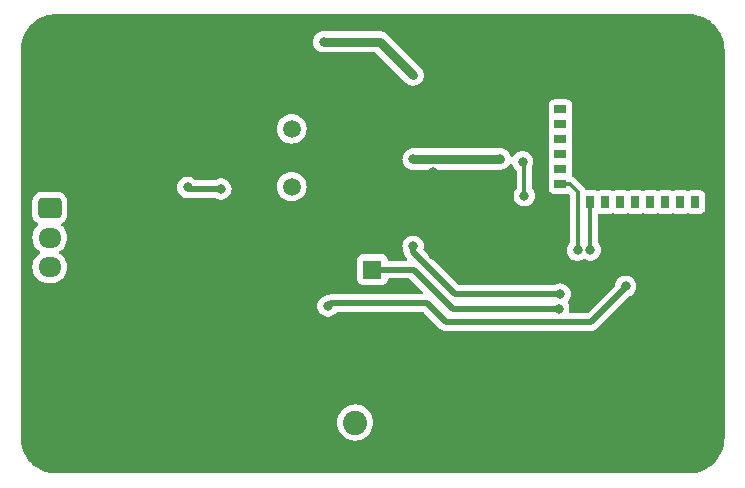
<source format=gbr>
%TF.GenerationSoftware,KiCad,Pcbnew,7.0.6-7.0.6~ubuntu23.04.1*%
%TF.CreationDate,2023-07-25T15:56:09+03:00*%
%TF.ProjectId,nrf52840_dev,6e726635-3238-4343-905f-6465762e6b69,rev?*%
%TF.SameCoordinates,Original*%
%TF.FileFunction,Copper,L2,Bot*%
%TF.FilePolarity,Positive*%
%FSLAX46Y46*%
G04 Gerber Fmt 4.6, Leading zero omitted, Abs format (unit mm)*
G04 Created by KiCad (PCBNEW 7.0.6-7.0.6~ubuntu23.04.1) date 2023-07-25 15:56:09*
%MOMM*%
%LPD*%
G01*
G04 APERTURE LIST*
G04 Aperture macros list*
%AMRoundRect*
0 Rectangle with rounded corners*
0 $1 Rounding radius*
0 $2 $3 $4 $5 $6 $7 $8 $9 X,Y pos of 4 corners*
0 Add a 4 corners polygon primitive as box body*
4,1,4,$2,$3,$4,$5,$6,$7,$8,$9,$2,$3,0*
0 Add four circle primitives for the rounded corners*
1,1,$1+$1,$2,$3*
1,1,$1+$1,$4,$5*
1,1,$1+$1,$6,$7*
1,1,$1+$1,$8,$9*
0 Add four rect primitives between the rounded corners*
20,1,$1+$1,$2,$3,$4,$5,0*
20,1,$1+$1,$4,$5,$6,$7,0*
20,1,$1+$1,$6,$7,$8,$9,0*
20,1,$1+$1,$8,$9,$2,$3,0*%
G04 Aperture macros list end*
%TA.AperFunction,ComponentPad*%
%ADD10C,0.800000*%
%TD*%
%TA.AperFunction,ComponentPad*%
%ADD11C,6.400000*%
%TD*%
%TA.AperFunction,ComponentPad*%
%ADD12C,2.050000*%
%TD*%
%TA.AperFunction,ComponentPad*%
%ADD13C,2.250000*%
%TD*%
%TA.AperFunction,ComponentPad*%
%ADD14R,1.000000X0.650000*%
%TD*%
%TA.AperFunction,ComponentPad*%
%ADD15R,0.650000X1.000000*%
%TD*%
%TA.AperFunction,ComponentPad*%
%ADD16C,1.500000*%
%TD*%
%TA.AperFunction,ComponentPad*%
%ADD17RoundRect,0.250000X-0.725000X0.600000X-0.725000X-0.600000X0.725000X-0.600000X0.725000X0.600000X0*%
%TD*%
%TA.AperFunction,ComponentPad*%
%ADD18O,1.950000X1.700000*%
%TD*%
%TA.AperFunction,ComponentPad*%
%ADD19R,1.600000X1.600000*%
%TD*%
%TA.AperFunction,ComponentPad*%
%ADD20C,1.600000*%
%TD*%
%TA.AperFunction,ViaPad*%
%ADD21C,0.800000*%
%TD*%
%TA.AperFunction,Conductor*%
%ADD22C,0.800000*%
%TD*%
%TA.AperFunction,Conductor*%
%ADD23C,0.500000*%
%TD*%
%TA.AperFunction,Conductor*%
%ADD24C,0.300000*%
%TD*%
G04 APERTURE END LIST*
D10*
%TO.P,H1,1,1*%
%TO.N,GND*%
X121550000Y-83410000D03*
X122252944Y-81712944D03*
X122252944Y-85107056D03*
X123950000Y-81010000D03*
D11*
X123950000Y-83410000D03*
D10*
X123950000Y-85810000D03*
X125647056Y-81712944D03*
X125647056Y-85107056D03*
X126350000Y-83410000D03*
%TD*%
D12*
%TO.P,J2,1,In*%
%TO.N,/ublox/GPS_RF*%
X148380000Y-114170000D03*
D13*
%TO.P,J2,2,Ext*%
%TO.N,GND*%
X150920000Y-116710000D03*
X150920000Y-111630000D03*
X145840000Y-116710000D03*
X145840000Y-111630000D03*
%TD*%
D14*
%TO.P,U1,12,P0.26*%
%TO.N,/CS*%
X165757000Y-87647000D03*
%TO.P,U1,14,P0.06*%
%TO.N,unconnected-(U1-P0.06-Pad14)*%
X165757000Y-88917000D03*
%TO.P,U1,16,P0.08*%
%TO.N,unconnected-(U1-P0.08-Pad16)*%
X165757000Y-90187000D03*
%TO.P,U1,18,P0.04(AIN2)*%
%TO.N,unconnected-(U1-P0.04(AIN2)-Pad18)*%
X165757000Y-91457000D03*
%TO.P,U1,20,P0.12*%
%TO.N,unconnected-(U1-P0.12-Pad20)*%
X165757000Y-92727000D03*
%TO.P,U1,22,P0.07*%
%TO.N,/RX*%
X165757000Y-93997000D03*
%TO.P,U1,24,GND*%
%TO.N,GND*%
X165757000Y-95267000D03*
D15*
%TO.P,U1,28,P0.15*%
%TO.N,/TX*%
X168297000Y-95521000D03*
%TO.P,U1,30,P0.17*%
%TO.N,unconnected-(U1-P0.17-Pad30)*%
X169567000Y-95521000D03*
%TO.P,U1,32,P0.20*%
%TO.N,unconnected-(U1-P0.20-Pad32)*%
X170837000Y-95521000D03*
%TO.P,U1,34,P0.22*%
%TO.N,unconnected-(U1-P0.22-Pad34)*%
X172107000Y-95521000D03*
%TO.P,U1,36,P1.00*%
%TO.N,unconnected-(U1-P1.00-Pad36)*%
X173377000Y-95521000D03*
%TO.P,U1,38,P1.02*%
%TO.N,unconnected-(U1-P1.02-Pad38)*%
X174647000Y-95521000D03*
%TO.P,U1,40,P1.04*%
%TO.N,unconnected-(U1-P1.04-Pad40)*%
X175917000Y-95521000D03*
%TO.P,U1,42,P1.06*%
%TO.N,unconnected-(U1-P1.06-Pad42)*%
X177187000Y-95521000D03*
%TD*%
D16*
%TO.P,Y1,1,1*%
%TO.N,Net-(U2-OSC1)*%
X143010000Y-94190000D03*
%TO.P,Y1,2,2*%
%TO.N,Net-(U2-OSC2)*%
X143010000Y-89310000D03*
%TD*%
D17*
%TO.P,J1,1,Pin_1*%
%TO.N,/CANH*%
X122520000Y-96020000D03*
D18*
%TO.P,J1,2,Pin_2*%
%TO.N,/CANL*%
X122520000Y-98520000D03*
%TO.P,J1,3,Pin_3*%
%TO.N,/12VIN*%
X122520000Y-101020000D03*
%TO.P,J1,4,Pin_4*%
%TO.N,GND*%
X122520000Y-103520000D03*
%TD*%
D10*
%TO.P,H2,1,1*%
%TO.N,GND*%
X172652944Y-114917056D03*
X173355888Y-113220000D03*
X173355888Y-116614112D03*
X175052944Y-112517056D03*
D11*
X175052944Y-114917056D03*
D10*
X175052944Y-117317056D03*
X176750000Y-113220000D03*
X176750000Y-116614112D03*
X177452944Y-114917056D03*
%TD*%
D19*
%TO.P,C7,1*%
%TO.N,/ublox/GPS_VBAT*%
X149830000Y-101222651D03*
D20*
%TO.P,C7,2*%
%TO.N,GND*%
X149830000Y-97722651D03*
%TD*%
D21*
%TO.N,/3V3*%
X145700000Y-81940000D03*
X165730000Y-103300000D03*
X153280000Y-99240000D03*
X153280000Y-91870000D03*
X162560000Y-92090000D03*
X160670000Y-91850000D03*
X162690000Y-94970000D03*
X153280000Y-84750000D03*
%TO.N,GND*%
X168000000Y-94000000D03*
X161000000Y-110000000D03*
X170000000Y-107000000D03*
X137660000Y-111390000D03*
X177000000Y-94000000D03*
X132240000Y-98260000D03*
X124000000Y-109000000D03*
X141000000Y-103000000D03*
X122000000Y-111000000D03*
X136090000Y-111770000D03*
X141000000Y-105000000D03*
X155000000Y-100000000D03*
X170000000Y-117000000D03*
X134990000Y-98090000D03*
X168000000Y-88000000D03*
X135450000Y-102200000D03*
X131350000Y-98380000D03*
X139670000Y-110090000D03*
X137150000Y-98670000D03*
X160710000Y-94770000D03*
X124000000Y-111000000D03*
X163000000Y-108000000D03*
X156870000Y-116340000D03*
X132240000Y-97300000D03*
X170000000Y-111000000D03*
X174000000Y-88000000D03*
X152830000Y-107630000D03*
X161000000Y-108000000D03*
X171000000Y-101000000D03*
X161000000Y-97000000D03*
X159000000Y-108000000D03*
X139000000Y-87000000D03*
X163000000Y-115000000D03*
X137300000Y-105660000D03*
X170000000Y-109000000D03*
X141000000Y-100000000D03*
X139000000Y-99000000D03*
X161000000Y-100000000D03*
X136630000Y-92970000D03*
X177000000Y-91000000D03*
X178720000Y-105520000D03*
X158000000Y-100000000D03*
X131350000Y-97380000D03*
X159000000Y-115000000D03*
X139750000Y-111580000D03*
X170840000Y-108200000D03*
X159000000Y-110000000D03*
X170000000Y-115000000D03*
X124000000Y-117000000D03*
X170000000Y-113000000D03*
X136630000Y-90930000D03*
X145180000Y-83810000D03*
X124000000Y-113000000D03*
X174000000Y-94000000D03*
X137180000Y-97250000D03*
X139000000Y-97000000D03*
X150000000Y-89000000D03*
X172590000Y-83590000D03*
X132270000Y-99140000D03*
X150000000Y-86000000D03*
X122000000Y-113000000D03*
X135970000Y-113420000D03*
X137840000Y-91490000D03*
X172610000Y-86510000D03*
X124000000Y-115000000D03*
X178000000Y-101000000D03*
X122000000Y-115000000D03*
X153250000Y-105400000D03*
X156830000Y-108960000D03*
X122000000Y-109000000D03*
X173000000Y-101000000D03*
X177000000Y-88000000D03*
X155000000Y-89000000D03*
X163000000Y-110000000D03*
X169360000Y-101130000D03*
X171000000Y-88000000D03*
X135000000Y-87000000D03*
X163000000Y-113000000D03*
X126570000Y-91440000D03*
X137000000Y-87000000D03*
X171000000Y-94000000D03*
X139000000Y-101000000D03*
X132650000Y-83670000D03*
X135790000Y-85130000D03*
X171000000Y-91000000D03*
X155000000Y-93000000D03*
X150000000Y-92000000D03*
X161000000Y-115000000D03*
X161000000Y-113000000D03*
X159000000Y-113000000D03*
X145420000Y-108580000D03*
X139000000Y-95000000D03*
X155000000Y-86000000D03*
X132260000Y-91920000D03*
X131410000Y-99350000D03*
X158000000Y-97000000D03*
X149480000Y-93380000D03*
X155000000Y-97000000D03*
X139000000Y-81000000D03*
X140000000Y-84000000D03*
X174000000Y-91000000D03*
X161040000Y-81710000D03*
X122000000Y-117000000D03*
X168000000Y-91000000D03*
X156850000Y-114150000D03*
%TO.N,/RX*%
X167200000Y-99590000D03*
%TO.N,/TX*%
X168290000Y-99570000D03*
%TO.N,/ublox/GPS_VBAT*%
X165610000Y-104600000D03*
%TO.N,Net-(D18-K)*%
X137000000Y-94400000D03*
X134192500Y-94270000D03*
%TO.N,/5V*%
X171270000Y-102640000D03*
X146070000Y-104300000D03*
%TD*%
D22*
%TO.N,/3V3*%
X150470000Y-81940000D02*
X153280000Y-84750000D01*
D23*
X165730000Y-103300000D02*
X156850000Y-103300000D01*
D24*
X162690000Y-94970000D02*
X162690000Y-92220000D01*
D22*
X160670000Y-91850000D02*
X153300000Y-91850000D01*
D23*
X156850000Y-103300000D02*
X153280000Y-99730000D01*
D22*
X145700000Y-81940000D02*
X150470000Y-81940000D01*
X153300000Y-91850000D02*
X153280000Y-91870000D01*
D24*
X162690000Y-92220000D02*
X162560000Y-92090000D01*
D23*
X153280000Y-99730000D02*
X153280000Y-99240000D01*
D24*
%TO.N,/RX*%
X167200000Y-94620000D02*
X167200000Y-99590000D01*
X166577000Y-93997000D02*
X167200000Y-94620000D01*
X165757000Y-93997000D02*
X166577000Y-93997000D01*
%TO.N,/TX*%
X168297000Y-95521000D02*
X168297000Y-99563000D01*
X168297000Y-99563000D02*
X168290000Y-99570000D01*
D23*
%TO.N,/ublox/GPS_VBAT*%
X156650000Y-104600000D02*
X153425000Y-101375000D01*
X165610000Y-104600000D02*
X156650000Y-104600000D01*
X153272651Y-101222651D02*
X153425000Y-101375000D01*
X149830000Y-101222651D02*
X153272651Y-101222651D01*
%TO.N,Net-(D18-K)*%
X137000000Y-94400000D02*
X134322500Y-94400000D01*
X134322500Y-94400000D02*
X134192500Y-94270000D01*
%TO.N,/5V*%
X154470000Y-104080000D02*
X146290000Y-104080000D01*
X146290000Y-104080000D02*
X146070000Y-104300000D01*
X168320000Y-105660000D02*
X156050000Y-105660000D01*
X171270000Y-102710000D02*
X168320000Y-105660000D01*
X156050000Y-105660000D02*
X154470000Y-104080000D01*
X171270000Y-102640000D02*
X171270000Y-102710000D01*
%TD*%
%TA.AperFunction,Conductor*%
%TO.N,GND*%
G36*
X176591619Y-79599364D02*
G01*
X176593342Y-79599870D01*
X176642351Y-79599870D01*
X176645590Y-79599954D01*
X176777440Y-79606863D01*
X176961732Y-79617212D01*
X176967909Y-79617872D01*
X177120543Y-79642046D01*
X177283603Y-79669750D01*
X177289227Y-79670979D01*
X177442366Y-79712011D01*
X177530319Y-79737350D01*
X177597837Y-79756802D01*
X177602880Y-79758492D01*
X177752565Y-79815949D01*
X177900811Y-79877354D01*
X177905191Y-79879374D01*
X177978889Y-79916925D01*
X178048970Y-79952633D01*
X178188890Y-80029963D01*
X178192655Y-80032222D01*
X178257794Y-80074523D01*
X178328558Y-80120478D01*
X178458775Y-80212872D01*
X178461915Y-80215254D01*
X178494849Y-80241923D01*
X178587058Y-80316592D01*
X178589289Y-80318491D01*
X178700549Y-80417919D01*
X178707274Y-80423929D01*
X178709783Y-80426300D01*
X178823697Y-80540214D01*
X178826069Y-80542724D01*
X178931502Y-80660703D01*
X178933412Y-80662948D01*
X178990855Y-80733883D01*
X179034744Y-80788083D01*
X179037126Y-80791223D01*
X179129521Y-80921441D01*
X179217768Y-81057329D01*
X179220035Y-81061108D01*
X179297366Y-81201029D01*
X179313608Y-81232905D01*
X179370624Y-81344806D01*
X179372650Y-81349202D01*
X179412774Y-81446069D01*
X179434056Y-81497451D01*
X179491501Y-81647104D01*
X179493196Y-81652160D01*
X179537988Y-81807633D01*
X179579016Y-81960760D01*
X179580254Y-81966424D01*
X179607954Y-82129461D01*
X179632122Y-82282057D01*
X179632788Y-82288284D01*
X179643145Y-82472733D01*
X179650045Y-82604405D01*
X179650130Y-82607650D01*
X179650130Y-115472349D01*
X179650045Y-115475594D01*
X179643145Y-115607266D01*
X179632788Y-115791714D01*
X179632122Y-115797941D01*
X179607954Y-115950538D01*
X179580254Y-116113574D01*
X179579016Y-116119238D01*
X179537988Y-116272366D01*
X179493196Y-116427838D01*
X179491501Y-116432894D01*
X179434056Y-116582548D01*
X179372657Y-116730782D01*
X179370618Y-116735204D01*
X179297366Y-116878970D01*
X179220035Y-117018890D01*
X179217768Y-117022669D01*
X179129521Y-117158558D01*
X179037126Y-117288775D01*
X179034744Y-117291915D01*
X178933439Y-117417019D01*
X178931485Y-117419315D01*
X178826069Y-117537274D01*
X178823680Y-117539802D01*
X178709802Y-117653680D01*
X178707274Y-117656069D01*
X178589315Y-117761485D01*
X178587019Y-117763439D01*
X178461915Y-117864744D01*
X178458775Y-117867126D01*
X178328558Y-117959521D01*
X178192669Y-118047768D01*
X178188890Y-118050035D01*
X178048970Y-118127366D01*
X177905204Y-118200618D01*
X177900782Y-118202657D01*
X177752548Y-118264056D01*
X177602894Y-118321501D01*
X177597838Y-118323196D01*
X177442366Y-118367988D01*
X177289238Y-118409016D01*
X177283574Y-118410254D01*
X177120538Y-118437954D01*
X176967941Y-118462122D01*
X176961714Y-118462788D01*
X176777266Y-118473145D01*
X176653934Y-118479607D01*
X176645592Y-118480045D01*
X176642349Y-118480130D01*
X123067651Y-118480130D01*
X123064407Y-118480045D01*
X123055346Y-118479570D01*
X122932733Y-118473145D01*
X122748284Y-118462788D01*
X122742057Y-118462122D01*
X122589461Y-118437954D01*
X122426424Y-118410254D01*
X122420760Y-118409016D01*
X122267633Y-118367988D01*
X122112160Y-118323196D01*
X122107104Y-118321501D01*
X121957451Y-118264056D01*
X121906751Y-118243056D01*
X121809202Y-118202650D01*
X121804806Y-118200624D01*
X121719296Y-118157055D01*
X121661029Y-118127366D01*
X121521108Y-118050035D01*
X121517329Y-118047768D01*
X121381441Y-117959521D01*
X121251223Y-117867126D01*
X121248083Y-117864744D01*
X121193883Y-117820855D01*
X121122948Y-117763412D01*
X121120703Y-117761502D01*
X121002724Y-117656069D01*
X121000214Y-117653697D01*
X120886300Y-117539783D01*
X120883929Y-117537274D01*
X120778491Y-117419289D01*
X120776592Y-117417058D01*
X120701923Y-117324849D01*
X120675254Y-117291915D01*
X120672872Y-117288775D01*
X120580478Y-117158558D01*
X120548934Y-117109985D01*
X120492222Y-117022655D01*
X120489963Y-117018890D01*
X120412633Y-116878970D01*
X120391584Y-116837659D01*
X120339374Y-116735191D01*
X120337354Y-116730811D01*
X120275943Y-116582548D01*
X120218492Y-116432880D01*
X120216802Y-116427837D01*
X120197350Y-116360319D01*
X120172011Y-116272366D01*
X120130979Y-116119227D01*
X120129750Y-116113603D01*
X120102046Y-115950538D01*
X120077872Y-115797909D01*
X120077212Y-115791732D01*
X120066854Y-115607266D01*
X120059954Y-115475591D01*
X120059870Y-115472350D01*
X120059870Y-114169999D01*
X146849783Y-114169999D01*
X146868623Y-114409382D01*
X146924674Y-114642853D01*
X146924678Y-114642865D01*
X147016565Y-114864702D01*
X147142026Y-115069436D01*
X147142028Y-115069439D01*
X147297973Y-115252027D01*
X147480561Y-115407972D01*
X147480563Y-115407973D01*
X147685297Y-115533434D01*
X147782047Y-115573508D01*
X147907137Y-115625323D01*
X148140621Y-115681377D01*
X148380000Y-115700217D01*
X148619379Y-115681377D01*
X148852863Y-115625323D01*
X149074704Y-115533433D01*
X149279439Y-115407972D01*
X149462027Y-115252027D01*
X149617972Y-115069439D01*
X149743433Y-114864704D01*
X149835323Y-114642863D01*
X149891377Y-114409379D01*
X149910217Y-114170000D01*
X149891377Y-113930621D01*
X149835323Y-113697137D01*
X149783508Y-113572047D01*
X149743434Y-113475297D01*
X149617973Y-113270563D01*
X149617972Y-113270561D01*
X149462027Y-113087973D01*
X149279439Y-112932028D01*
X149279436Y-112932026D01*
X149074702Y-112806565D01*
X148852865Y-112714678D01*
X148852867Y-112714678D01*
X148852863Y-112714677D01*
X148852859Y-112714676D01*
X148852853Y-112714674D01*
X148619382Y-112658623D01*
X148439844Y-112644492D01*
X148380000Y-112639783D01*
X148379999Y-112639783D01*
X148140617Y-112658623D01*
X147907146Y-112714674D01*
X147907134Y-112714678D01*
X147685297Y-112806565D01*
X147480563Y-112932026D01*
X147297973Y-113087973D01*
X147142026Y-113270563D01*
X147016565Y-113475297D01*
X146924678Y-113697134D01*
X146924674Y-113697146D01*
X146868623Y-113930617D01*
X146849783Y-114169999D01*
X120059870Y-114169999D01*
X120059870Y-104300000D01*
X145164540Y-104300000D01*
X145184326Y-104488256D01*
X145184327Y-104488259D01*
X145242818Y-104668277D01*
X145242821Y-104668284D01*
X145337467Y-104832216D01*
X145407054Y-104909500D01*
X145464129Y-104972888D01*
X145617265Y-105084148D01*
X145617270Y-105084151D01*
X145790192Y-105161142D01*
X145790197Y-105161144D01*
X145975354Y-105200500D01*
X145975355Y-105200500D01*
X146164644Y-105200500D01*
X146164646Y-105200500D01*
X146349803Y-105161144D01*
X146522730Y-105084151D01*
X146675871Y-104972888D01*
X146735498Y-104906666D01*
X146767138Y-104871527D01*
X146826624Y-104834879D01*
X146859287Y-104830500D01*
X154107770Y-104830500D01*
X154174809Y-104850185D01*
X154195451Y-104866819D01*
X155474267Y-106145634D01*
X155486048Y-106159266D01*
X155500390Y-106178530D01*
X155540420Y-106212119D01*
X155544392Y-106215759D01*
X155550223Y-106221590D01*
X155575939Y-106241923D01*
X155634786Y-106291302D01*
X155634788Y-106291303D01*
X155640823Y-106295272D01*
X155640789Y-106295322D01*
X155647144Y-106299370D01*
X155647177Y-106299318D01*
X155653319Y-106303107D01*
X155653323Y-106303110D01*
X155722219Y-106335237D01*
X155722914Y-106335561D01*
X155791558Y-106370036D01*
X155791561Y-106370037D01*
X155791567Y-106370040D01*
X155791572Y-106370041D01*
X155798355Y-106372510D01*
X155798334Y-106372567D01*
X155805451Y-106375040D01*
X155805470Y-106374984D01*
X155812330Y-106377257D01*
X155887531Y-106392784D01*
X155887532Y-106392784D01*
X155962279Y-106410500D01*
X155962288Y-106410500D01*
X155969452Y-106411338D01*
X155969445Y-106411397D01*
X155976946Y-106412163D01*
X155976952Y-106412104D01*
X155984140Y-106412733D01*
X155984143Y-106412732D01*
X155984144Y-106412733D01*
X156060898Y-106410500D01*
X168256295Y-106410500D01*
X168274265Y-106411809D01*
X168298023Y-106415289D01*
X168350068Y-106410735D01*
X168355470Y-106410500D01*
X168363704Y-106410500D01*
X168363709Y-106410500D01*
X168375327Y-106409141D01*
X168396276Y-106406693D01*
X168409028Y-106405577D01*
X168472797Y-106399999D01*
X168472805Y-106399996D01*
X168479866Y-106398539D01*
X168479878Y-106398598D01*
X168487243Y-106396965D01*
X168487229Y-106396906D01*
X168494246Y-106395241D01*
X168494255Y-106395241D01*
X168566423Y-106368974D01*
X168639334Y-106344814D01*
X168639343Y-106344807D01*
X168645882Y-106341760D01*
X168645908Y-106341816D01*
X168652690Y-106338532D01*
X168652663Y-106338478D01*
X168659106Y-106335240D01*
X168659117Y-106335237D01*
X168723283Y-106293034D01*
X168788656Y-106252712D01*
X168788662Y-106252705D01*
X168794325Y-106248229D01*
X168794363Y-106248277D01*
X168800200Y-106243522D01*
X168800161Y-106243475D01*
X168805696Y-106238830D01*
X168858385Y-106182983D01*
X170809652Y-104231715D01*
X171516287Y-103525079D01*
X171553523Y-103499487D01*
X171722730Y-103424151D01*
X171875871Y-103312888D01*
X172002533Y-103172216D01*
X172097179Y-103008284D01*
X172155674Y-102828256D01*
X172175460Y-102640000D01*
X172155674Y-102451744D01*
X172097179Y-102271716D01*
X172002533Y-102107784D01*
X171875871Y-101967112D01*
X171875870Y-101967111D01*
X171722734Y-101855851D01*
X171722729Y-101855848D01*
X171549807Y-101778857D01*
X171549802Y-101778855D01*
X171404000Y-101747865D01*
X171364646Y-101739500D01*
X171175354Y-101739500D01*
X171142897Y-101746398D01*
X170990197Y-101778855D01*
X170990192Y-101778857D01*
X170817270Y-101855848D01*
X170817265Y-101855851D01*
X170664129Y-101967111D01*
X170537466Y-102107785D01*
X170442821Y-102271715D01*
X170442818Y-102271722D01*
X170384327Y-102451739D01*
X170384327Y-102451740D01*
X170384326Y-102451744D01*
X170382781Y-102466444D01*
X170379219Y-102500334D01*
X170352633Y-102564948D01*
X170343579Y-102575051D01*
X168045451Y-104873181D01*
X167984128Y-104906666D01*
X167957770Y-104909500D01*
X166620646Y-104909500D01*
X166553607Y-104889815D01*
X166507852Y-104837011D01*
X166497325Y-104772541D01*
X166515460Y-104600000D01*
X166495674Y-104411744D01*
X166437179Y-104231716D01*
X166351593Y-104083476D01*
X166335120Y-104015575D01*
X166357973Y-103949549D01*
X166366817Y-103938518D01*
X166462533Y-103832216D01*
X166557179Y-103668284D01*
X166615674Y-103488256D01*
X166635460Y-103300000D01*
X166615674Y-103111744D01*
X166557179Y-102931716D01*
X166462533Y-102767784D01*
X166335871Y-102627112D01*
X166335870Y-102627111D01*
X166182734Y-102515851D01*
X166182729Y-102515848D01*
X166009807Y-102438857D01*
X166009802Y-102438855D01*
X165864001Y-102407865D01*
X165824646Y-102399500D01*
X165635354Y-102399500D01*
X165602897Y-102406398D01*
X165450197Y-102438855D01*
X165450192Y-102438857D01*
X165277270Y-102515848D01*
X165277265Y-102515851D01*
X165263548Y-102525818D01*
X165197742Y-102549298D01*
X165190663Y-102549500D01*
X157212229Y-102549500D01*
X157145190Y-102529815D01*
X157124548Y-102513181D01*
X154188492Y-99577124D01*
X154155007Y-99515801D01*
X154158243Y-99451122D01*
X154165674Y-99428256D01*
X154185460Y-99240000D01*
X154165674Y-99051744D01*
X154107179Y-98871716D01*
X154012533Y-98707784D01*
X153885871Y-98567112D01*
X153821027Y-98520000D01*
X153732734Y-98455851D01*
X153732729Y-98455848D01*
X153559807Y-98378857D01*
X153559802Y-98378855D01*
X153414000Y-98347865D01*
X153374646Y-98339500D01*
X153185354Y-98339500D01*
X153152897Y-98346398D01*
X153000197Y-98378855D01*
X153000192Y-98378857D01*
X152827270Y-98455848D01*
X152827265Y-98455851D01*
X152674129Y-98567111D01*
X152547466Y-98707785D01*
X152452821Y-98871715D01*
X152452818Y-98871722D01*
X152394327Y-99051740D01*
X152394326Y-99051744D01*
X152374540Y-99240000D01*
X152394326Y-99428256D01*
X152394327Y-99428259D01*
X152452821Y-99608285D01*
X152512887Y-99712322D01*
X152528387Y-99770168D01*
X152529009Y-99770132D01*
X152529081Y-99770124D01*
X152529081Y-99770128D01*
X152529291Y-99770116D01*
X152529500Y-99773709D01*
X152533306Y-99806274D01*
X152540000Y-99882791D01*
X152541461Y-99889867D01*
X152541403Y-99889878D01*
X152543034Y-99897237D01*
X152543092Y-99897224D01*
X152544757Y-99904250D01*
X152571025Y-99976424D01*
X152595185Y-100049331D01*
X152598236Y-100055874D01*
X152598182Y-100055898D01*
X152601470Y-100062688D01*
X152601521Y-100062663D01*
X152604761Y-100069113D01*
X152604762Y-100069114D01*
X152604763Y-100069117D01*
X152639685Y-100122214D01*
X152646965Y-100133283D01*
X152687287Y-100198655D01*
X152691766Y-100204319D01*
X152691719Y-100204356D01*
X152696482Y-100210202D01*
X152696528Y-100210164D01*
X152701173Y-100215700D01*
X152745963Y-100257957D01*
X152781217Y-100318280D01*
X152778262Y-100388087D01*
X152738035Y-100445215D01*
X152673309Y-100471525D01*
X152660869Y-100472151D01*
X151252351Y-100472151D01*
X151185312Y-100452466D01*
X151139557Y-100399662D01*
X151129061Y-100361403D01*
X151128281Y-100354151D01*
X151124091Y-100315168D01*
X151106642Y-100268386D01*
X151073797Y-100180322D01*
X151073793Y-100180315D01*
X150987547Y-100065106D01*
X150987544Y-100065103D01*
X150872335Y-99978857D01*
X150872328Y-99978853D01*
X150737482Y-99928559D01*
X150737483Y-99928559D01*
X150677883Y-99922152D01*
X150677881Y-99922151D01*
X150677873Y-99922151D01*
X150677864Y-99922151D01*
X148982129Y-99922151D01*
X148982123Y-99922152D01*
X148922516Y-99928559D01*
X148787671Y-99978853D01*
X148787664Y-99978857D01*
X148672455Y-100065103D01*
X148672452Y-100065106D01*
X148586206Y-100180315D01*
X148586202Y-100180322D01*
X148535908Y-100315168D01*
X148529501Y-100374767D01*
X148529500Y-100374786D01*
X148529500Y-102070521D01*
X148529501Y-102070527D01*
X148535908Y-102130134D01*
X148586202Y-102264979D01*
X148586206Y-102264986D01*
X148672452Y-102380195D01*
X148672455Y-102380198D01*
X148787664Y-102466444D01*
X148787671Y-102466448D01*
X148922517Y-102516742D01*
X148922516Y-102516742D01*
X148929444Y-102517486D01*
X148982127Y-102523151D01*
X150677872Y-102523150D01*
X150737483Y-102516742D01*
X150872331Y-102466447D01*
X150987546Y-102380197D01*
X151073796Y-102264982D01*
X151124091Y-102130134D01*
X151129062Y-102083893D01*
X151155799Y-102019345D01*
X151213191Y-101979497D01*
X151252351Y-101973151D01*
X152910421Y-101973151D01*
X152977460Y-101992836D01*
X152998102Y-102009470D01*
X154106451Y-103117819D01*
X154139936Y-103179142D01*
X154134952Y-103248834D01*
X154093080Y-103304767D01*
X154027616Y-103329184D01*
X154018770Y-103329500D01*
X146353705Y-103329500D01*
X146335735Y-103328191D01*
X146311972Y-103324710D01*
X146266533Y-103328686D01*
X146259931Y-103329264D01*
X146254530Y-103329500D01*
X146246289Y-103329500D01*
X146224579Y-103332037D01*
X146213724Y-103333306D01*
X146198419Y-103334645D01*
X146137199Y-103340001D01*
X146130132Y-103341460D01*
X146130120Y-103341404D01*
X146122763Y-103343035D01*
X146122777Y-103343092D01*
X146115743Y-103344759D01*
X146043575Y-103371025D01*
X145970665Y-103395185D01*
X145964126Y-103398235D01*
X145963525Y-103396946D01*
X145936512Y-103407754D01*
X145790196Y-103438856D01*
X145790192Y-103438857D01*
X145617270Y-103515848D01*
X145617265Y-103515851D01*
X145464129Y-103627111D01*
X145337466Y-103767785D01*
X145242821Y-103931715D01*
X145242818Y-103931722D01*
X145184327Y-104111740D01*
X145184326Y-104111744D01*
X145164540Y-104300000D01*
X120059870Y-104300000D01*
X120059870Y-101020000D01*
X121039341Y-101020000D01*
X121059936Y-101255403D01*
X121059938Y-101255413D01*
X121121094Y-101483655D01*
X121121096Y-101483659D01*
X121121097Y-101483663D01*
X121171031Y-101590746D01*
X121220964Y-101697828D01*
X121220965Y-101697830D01*
X121356505Y-101891402D01*
X121523597Y-102058494D01*
X121717169Y-102194034D01*
X121717171Y-102194035D01*
X121931337Y-102293903D01*
X122159592Y-102355063D01*
X122336034Y-102370500D01*
X122703966Y-102370500D01*
X122880408Y-102355063D01*
X123108663Y-102293903D01*
X123322829Y-102194035D01*
X123516401Y-102058495D01*
X123683495Y-101891401D01*
X123819035Y-101697830D01*
X123918903Y-101483663D01*
X123980063Y-101255408D01*
X124000659Y-101020000D01*
X123980063Y-100784592D01*
X123918903Y-100556337D01*
X123819035Y-100342171D01*
X123819034Y-100342169D01*
X123683494Y-100148597D01*
X123516403Y-99981506D01*
X123440786Y-99928559D01*
X123359401Y-99871573D01*
X123315778Y-99816999D01*
X123308584Y-99747500D01*
X123340106Y-99685145D01*
X123359398Y-99668428D01*
X123516401Y-99558495D01*
X123683495Y-99391401D01*
X123819035Y-99197830D01*
X123918903Y-98983663D01*
X123980063Y-98755408D01*
X124000659Y-98520000D01*
X123980063Y-98284592D01*
X123918903Y-98056337D01*
X123819035Y-97842171D01*
X123819034Y-97842169D01*
X123683494Y-97648597D01*
X123536295Y-97501398D01*
X123502810Y-97440075D01*
X123507794Y-97370383D01*
X123549666Y-97314450D01*
X123558880Y-97308178D01*
X123564334Y-97304814D01*
X123713656Y-97212712D01*
X123837712Y-97088656D01*
X123929814Y-96939334D01*
X123984999Y-96772797D01*
X123995500Y-96670009D01*
X123995499Y-95369992D01*
X123995456Y-95369575D01*
X123984999Y-95267203D01*
X123984998Y-95267200D01*
X123957477Y-95184148D01*
X123929814Y-95100666D01*
X123837712Y-94951344D01*
X123713656Y-94827288D01*
X123564334Y-94735186D01*
X123397797Y-94680001D01*
X123397795Y-94680000D01*
X123295010Y-94669500D01*
X121744998Y-94669500D01*
X121744981Y-94669501D01*
X121642203Y-94680000D01*
X121642200Y-94680001D01*
X121475668Y-94735185D01*
X121475663Y-94735187D01*
X121326342Y-94827289D01*
X121202289Y-94951342D01*
X121110187Y-95100663D01*
X121110185Y-95100668D01*
X121087150Y-95170185D01*
X121055001Y-95267203D01*
X121055001Y-95267204D01*
X121055000Y-95267204D01*
X121044500Y-95369983D01*
X121044500Y-96670001D01*
X121044501Y-96670018D01*
X121055000Y-96772796D01*
X121055001Y-96772799D01*
X121110185Y-96939331D01*
X121110187Y-96939336D01*
X121202289Y-97088657D01*
X121326344Y-97212712D01*
X121481120Y-97308178D01*
X121527845Y-97360126D01*
X121539068Y-97429088D01*
X121511224Y-97493171D01*
X121503706Y-97501398D01*
X121356501Y-97648603D01*
X121356501Y-97648604D01*
X121220967Y-97842165D01*
X121220965Y-97842169D01*
X121121098Y-98056335D01*
X121121094Y-98056344D01*
X121059938Y-98284586D01*
X121059936Y-98284596D01*
X121039341Y-98519999D01*
X121039341Y-98520000D01*
X121059936Y-98755403D01*
X121059938Y-98755413D01*
X121121094Y-98983655D01*
X121121096Y-98983659D01*
X121121097Y-98983663D01*
X121155661Y-99057785D01*
X121220964Y-99197828D01*
X121220965Y-99197830D01*
X121356505Y-99391402D01*
X121523597Y-99558494D01*
X121680595Y-99668425D01*
X121724220Y-99723002D01*
X121731414Y-99792500D01*
X121699891Y-99854855D01*
X121680595Y-99871575D01*
X121523597Y-99981505D01*
X121356506Y-100148597D01*
X121356501Y-100148604D01*
X121220967Y-100342165D01*
X121220965Y-100342169D01*
X121121098Y-100556335D01*
X121121094Y-100556344D01*
X121059938Y-100784586D01*
X121059936Y-100784596D01*
X121039341Y-101019999D01*
X121039341Y-101020000D01*
X120059870Y-101020000D01*
X120059870Y-94270000D01*
X133287040Y-94270000D01*
X133306826Y-94458256D01*
X133306827Y-94458259D01*
X133365318Y-94638277D01*
X133365321Y-94638284D01*
X133459967Y-94802216D01*
X133505808Y-94853127D01*
X133586629Y-94942888D01*
X133739765Y-95054148D01*
X133739770Y-95054151D01*
X133912692Y-95131142D01*
X133912697Y-95131144D01*
X134097854Y-95170500D01*
X134097855Y-95170500D01*
X134287144Y-95170500D01*
X134287146Y-95170500D01*
X134368489Y-95153209D01*
X134394270Y-95150500D01*
X136460663Y-95150500D01*
X136527702Y-95170185D01*
X136533548Y-95174182D01*
X136547265Y-95184148D01*
X136547270Y-95184151D01*
X136720192Y-95261142D01*
X136720197Y-95261144D01*
X136905354Y-95300500D01*
X136905355Y-95300500D01*
X137094644Y-95300500D01*
X137094646Y-95300500D01*
X137279803Y-95261144D01*
X137452730Y-95184151D01*
X137605871Y-95072888D01*
X137732533Y-94932216D01*
X137827179Y-94768284D01*
X137885674Y-94588256D01*
X137905460Y-94400000D01*
X137885674Y-94211744D01*
X137878610Y-94190002D01*
X141754723Y-94190002D01*
X141773793Y-94407975D01*
X141773793Y-94407979D01*
X141830422Y-94619322D01*
X141830424Y-94619326D01*
X141830425Y-94619330D01*
X141876661Y-94718484D01*
X141922897Y-94817638D01*
X141929654Y-94827288D01*
X142048402Y-94996877D01*
X142203123Y-95151598D01*
X142382361Y-95277102D01*
X142580670Y-95369575D01*
X142580676Y-95369576D01*
X142580677Y-95369577D01*
X142611364Y-95377799D01*
X142792023Y-95426207D01*
X142974926Y-95442208D01*
X143009998Y-95445277D01*
X143010000Y-95445277D01*
X143010002Y-95445277D01*
X143038254Y-95442805D01*
X143227977Y-95426207D01*
X143439330Y-95369575D01*
X143637639Y-95277102D01*
X143816877Y-95151598D01*
X143971598Y-94996877D01*
X144097102Y-94817639D01*
X144189575Y-94619330D01*
X144246207Y-94407977D01*
X144265277Y-94190000D01*
X144246207Y-93972023D01*
X144189575Y-93760670D01*
X144097102Y-93562362D01*
X144097100Y-93562359D01*
X144097099Y-93562357D01*
X143971599Y-93383124D01*
X143935527Y-93347052D01*
X143816877Y-93228402D01*
X143637639Y-93102898D01*
X143637640Y-93102898D01*
X143637638Y-93102897D01*
X143538484Y-93056661D01*
X143439330Y-93010425D01*
X143439326Y-93010424D01*
X143439322Y-93010422D01*
X143227977Y-92953793D01*
X143010002Y-92934723D01*
X143009998Y-92934723D01*
X142864681Y-92947436D01*
X142792023Y-92953793D01*
X142792020Y-92953793D01*
X142580677Y-93010422D01*
X142580668Y-93010426D01*
X142382361Y-93102898D01*
X142382357Y-93102900D01*
X142203121Y-93228402D01*
X142048402Y-93383121D01*
X141922900Y-93562357D01*
X141922898Y-93562361D01*
X141830426Y-93760668D01*
X141830422Y-93760677D01*
X141773793Y-93972020D01*
X141773793Y-93972024D01*
X141754723Y-94189997D01*
X141754723Y-94190002D01*
X137878610Y-94190002D01*
X137827179Y-94031716D01*
X137732533Y-93867784D01*
X137605871Y-93727112D01*
X137605870Y-93727111D01*
X137452734Y-93615851D01*
X137452729Y-93615848D01*
X137279807Y-93538857D01*
X137279802Y-93538855D01*
X137134001Y-93507865D01*
X137094646Y-93499500D01*
X136905354Y-93499500D01*
X136886093Y-93503594D01*
X136720197Y-93538855D01*
X136720192Y-93538857D01*
X136547270Y-93615848D01*
X136547265Y-93615851D01*
X136533548Y-93625818D01*
X136467742Y-93649298D01*
X136460663Y-93649500D01*
X134900750Y-93649500D01*
X134833711Y-93629815D01*
X134808603Y-93608475D01*
X134798371Y-93597112D01*
X134798369Y-93597111D01*
X134798367Y-93597108D01*
X134798364Y-93597106D01*
X134645234Y-93485851D01*
X134645229Y-93485848D01*
X134472307Y-93408857D01*
X134472302Y-93408855D01*
X134326501Y-93377865D01*
X134287146Y-93369500D01*
X134097854Y-93369500D01*
X134065397Y-93376398D01*
X133912697Y-93408855D01*
X133912692Y-93408857D01*
X133739770Y-93485848D01*
X133739765Y-93485851D01*
X133586629Y-93597111D01*
X133459966Y-93737785D01*
X133365321Y-93901715D01*
X133365318Y-93901722D01*
X133323081Y-94031716D01*
X133306826Y-94081744D01*
X133287040Y-94270000D01*
X120059870Y-94270000D01*
X120059870Y-91870002D01*
X152374540Y-91870002D01*
X152376005Y-91883945D01*
X152376514Y-91903389D01*
X152375780Y-91917386D01*
X152375780Y-91917387D01*
X152386641Y-91985969D01*
X152387065Y-91989185D01*
X152394325Y-92058249D01*
X152394326Y-92058255D01*
X152398661Y-92071599D01*
X152403199Y-92090504D01*
X152405392Y-92104348D01*
X152405394Y-92104354D01*
X152430272Y-92169163D01*
X152431355Y-92172222D01*
X152452820Y-92238283D01*
X152459827Y-92250418D01*
X152468206Y-92267985D01*
X152473227Y-92281067D01*
X152511048Y-92339307D01*
X152512743Y-92342074D01*
X152519707Y-92354135D01*
X152547467Y-92402216D01*
X152547469Y-92402218D01*
X152547470Y-92402220D01*
X152556848Y-92412635D01*
X152568697Y-92428077D01*
X152576326Y-92439826D01*
X152625422Y-92488921D01*
X152627657Y-92491276D01*
X152674129Y-92542888D01*
X152685468Y-92551126D01*
X152700265Y-92563764D01*
X152710176Y-92573675D01*
X152768415Y-92611496D01*
X152771074Y-92613322D01*
X152827270Y-92654151D01*
X152839418Y-92659559D01*
X152840073Y-92659851D01*
X152857174Y-92669137D01*
X152868925Y-92676768D01*
X152868930Y-92676771D01*
X152869993Y-92677179D01*
X152933759Y-92701656D01*
X152936742Y-92702891D01*
X153000197Y-92731144D01*
X153013918Y-92734060D01*
X153032564Y-92739583D01*
X153045650Y-92744607D01*
X153114258Y-92755472D01*
X153117391Y-92756053D01*
X153185354Y-92770500D01*
X153199373Y-92770500D01*
X153218772Y-92772027D01*
X153232612Y-92774219D01*
X153301959Y-92770584D01*
X153305203Y-92770500D01*
X153374643Y-92770500D01*
X153374646Y-92770500D01*
X153388359Y-92767584D01*
X153407647Y-92765046D01*
X153421646Y-92764313D01*
X153457428Y-92754724D01*
X153489522Y-92750500D01*
X160764643Y-92750500D01*
X160764646Y-92750500D01*
X160807894Y-92741307D01*
X160814283Y-92740295D01*
X160858256Y-92735674D01*
X160900308Y-92722009D01*
X160906551Y-92720336D01*
X160949803Y-92711144D01*
X160990197Y-92693158D01*
X160996228Y-92690842D01*
X161038284Y-92677179D01*
X161076586Y-92655063D01*
X161082333Y-92652136D01*
X161122730Y-92634151D01*
X161158504Y-92608159D01*
X161163906Y-92604650D01*
X161202216Y-92582533D01*
X161235071Y-92552948D01*
X161240098Y-92548876D01*
X161275871Y-92522888D01*
X161305453Y-92490032D01*
X161310032Y-92485453D01*
X161342888Y-92455871D01*
X161368876Y-92420098D01*
X161372948Y-92415071D01*
X161402533Y-92382216D01*
X161424650Y-92343906D01*
X161428159Y-92338504D01*
X161454151Y-92302730D01*
X161454641Y-92301628D01*
X161455094Y-92301095D01*
X161457402Y-92297099D01*
X161458132Y-92297520D01*
X161499887Y-92248389D01*
X161566734Y-92228062D01*
X161633959Y-92247102D01*
X161680219Y-92299465D01*
X161685855Y-92313738D01*
X161732818Y-92458278D01*
X161732821Y-92458284D01*
X161827467Y-92622216D01*
X161954129Y-92762888D01*
X161954128Y-92762888D01*
X161969725Y-92774219D01*
X161988384Y-92787776D01*
X162031050Y-92843104D01*
X162039500Y-92888094D01*
X162039500Y-94299078D01*
X162019815Y-94366117D01*
X162007650Y-94382050D01*
X161957466Y-94437785D01*
X161862821Y-94601715D01*
X161862818Y-94601722D01*
X161805325Y-94778669D01*
X161804326Y-94781744D01*
X161784540Y-94970000D01*
X161804326Y-95158256D01*
X161804327Y-95158259D01*
X161862818Y-95338277D01*
X161862821Y-95338284D01*
X161957467Y-95502216D01*
X162084129Y-95642887D01*
X162084129Y-95642888D01*
X162237265Y-95754148D01*
X162237270Y-95754151D01*
X162410192Y-95831142D01*
X162410197Y-95831144D01*
X162595354Y-95870500D01*
X162595355Y-95870500D01*
X162784644Y-95870500D01*
X162784646Y-95870500D01*
X162969803Y-95831144D01*
X163142730Y-95754151D01*
X163295871Y-95642888D01*
X163422533Y-95502216D01*
X163517179Y-95338284D01*
X163575674Y-95158256D01*
X163595460Y-94970000D01*
X163575674Y-94781744D01*
X163517179Y-94601716D01*
X163422533Y-94437784D01*
X163372350Y-94382050D01*
X163366505Y-94369870D01*
X164756500Y-94369870D01*
X164756501Y-94369876D01*
X164762908Y-94429483D01*
X164813202Y-94564328D01*
X164813206Y-94564335D01*
X164899452Y-94679544D01*
X164899455Y-94679547D01*
X165014664Y-94765793D01*
X165014671Y-94765797D01*
X165149517Y-94816091D01*
X165149516Y-94816091D01*
X165156444Y-94816835D01*
X165209127Y-94822500D01*
X166304872Y-94822499D01*
X166364483Y-94816091D01*
X166371140Y-94813607D01*
X166440829Y-94808619D01*
X166502155Y-94842100D01*
X166502160Y-94842106D01*
X166513181Y-94853127D01*
X166546666Y-94914450D01*
X166549500Y-94940808D01*
X166549500Y-98919078D01*
X166529815Y-98986117D01*
X166517650Y-99002050D01*
X166467466Y-99057785D01*
X166372821Y-99221715D01*
X166372818Y-99221722D01*
X166317686Y-99391402D01*
X166314326Y-99401744D01*
X166294540Y-99590000D01*
X166314326Y-99778256D01*
X166314327Y-99778259D01*
X166372818Y-99958277D01*
X166372821Y-99958284D01*
X166467467Y-100122216D01*
X166543329Y-100206469D01*
X166594129Y-100262888D01*
X166747265Y-100374148D01*
X166747270Y-100374151D01*
X166920192Y-100451142D01*
X166920197Y-100451144D01*
X167105354Y-100490500D01*
X167105355Y-100490500D01*
X167294644Y-100490500D01*
X167294646Y-100490500D01*
X167479803Y-100451144D01*
X167651322Y-100374778D01*
X167652728Y-100374152D01*
X167652728Y-100374151D01*
X167652730Y-100374151D01*
X167685878Y-100350067D01*
X167751682Y-100326587D01*
X167819736Y-100342411D01*
X167831648Y-100350067D01*
X167837265Y-100354148D01*
X167837270Y-100354151D01*
X168010192Y-100431142D01*
X168010197Y-100431144D01*
X168195354Y-100470500D01*
X168195355Y-100470500D01*
X168384644Y-100470500D01*
X168384646Y-100470500D01*
X168569803Y-100431144D01*
X168742730Y-100354151D01*
X168895871Y-100242888D01*
X169022533Y-100102216D01*
X169117179Y-99938284D01*
X169175674Y-99758256D01*
X169195460Y-99570000D01*
X169175674Y-99381744D01*
X169117179Y-99201716D01*
X169030593Y-99051744D01*
X169022534Y-99037785D01*
X169022529Y-99037778D01*
X168979350Y-98989823D01*
X168949120Y-98926831D01*
X168947500Y-98906851D01*
X168947500Y-96623931D01*
X168967185Y-96556892D01*
X169019989Y-96511137D01*
X169089147Y-96501193D01*
X169114834Y-96507749D01*
X169134517Y-96515091D01*
X169194127Y-96521500D01*
X169939872Y-96521499D01*
X169999483Y-96515091D01*
X170036746Y-96501193D01*
X170134329Y-96464797D01*
X170142112Y-96460547D01*
X170143865Y-96463757D01*
X170192999Y-96445361D01*
X170261291Y-96460127D01*
X170262263Y-96460752D01*
X170269670Y-96464797D01*
X170344155Y-96492577D01*
X170404517Y-96515091D01*
X170464127Y-96521500D01*
X171209872Y-96521499D01*
X171269483Y-96515091D01*
X171306746Y-96501193D01*
X171404329Y-96464797D01*
X171412112Y-96460547D01*
X171413865Y-96463757D01*
X171462999Y-96445361D01*
X171531291Y-96460127D01*
X171532263Y-96460752D01*
X171539670Y-96464797D01*
X171614155Y-96492577D01*
X171674517Y-96515091D01*
X171734127Y-96521500D01*
X172479872Y-96521499D01*
X172539483Y-96515091D01*
X172576746Y-96501193D01*
X172674329Y-96464797D01*
X172682112Y-96460547D01*
X172683865Y-96463757D01*
X172732999Y-96445361D01*
X172801291Y-96460127D01*
X172802263Y-96460752D01*
X172809670Y-96464797D01*
X172884155Y-96492577D01*
X172944517Y-96515091D01*
X173004127Y-96521500D01*
X173749872Y-96521499D01*
X173809483Y-96515091D01*
X173846746Y-96501193D01*
X173944329Y-96464797D01*
X173952112Y-96460547D01*
X173953865Y-96463757D01*
X174002999Y-96445361D01*
X174071291Y-96460127D01*
X174072263Y-96460752D01*
X174079670Y-96464797D01*
X174154155Y-96492577D01*
X174214517Y-96515091D01*
X174274127Y-96521500D01*
X175019872Y-96521499D01*
X175079483Y-96515091D01*
X175116746Y-96501193D01*
X175214329Y-96464797D01*
X175222112Y-96460547D01*
X175223865Y-96463757D01*
X175272999Y-96445361D01*
X175341291Y-96460127D01*
X175342263Y-96460752D01*
X175349670Y-96464797D01*
X175424155Y-96492577D01*
X175484517Y-96515091D01*
X175544127Y-96521500D01*
X176289872Y-96521499D01*
X176349483Y-96515091D01*
X176386746Y-96501193D01*
X176484329Y-96464797D01*
X176492112Y-96460547D01*
X176493873Y-96463773D01*
X176542868Y-96445371D01*
X176611175Y-96460065D01*
X176612149Y-96460689D01*
X176619670Y-96464797D01*
X176694155Y-96492577D01*
X176754517Y-96515091D01*
X176814127Y-96521500D01*
X177559872Y-96521499D01*
X177619483Y-96515091D01*
X177754331Y-96464796D01*
X177869546Y-96378546D01*
X177955796Y-96263331D01*
X178006091Y-96128483D01*
X178012500Y-96068873D01*
X178012499Y-94973128D01*
X178006091Y-94913517D01*
X177979456Y-94842106D01*
X177955797Y-94778671D01*
X177955793Y-94778664D01*
X177869547Y-94663455D01*
X177869544Y-94663452D01*
X177754335Y-94577206D01*
X177754328Y-94577202D01*
X177619486Y-94526910D01*
X177619485Y-94526909D01*
X177619483Y-94526909D01*
X177559873Y-94520500D01*
X177559863Y-94520500D01*
X176814129Y-94520500D01*
X176814123Y-94520501D01*
X176754516Y-94526908D01*
X176619671Y-94577202D01*
X176611886Y-94581454D01*
X176610153Y-94578280D01*
X176560698Y-94596659D01*
X176492443Y-94581725D01*
X176491497Y-94581117D01*
X176484328Y-94577202D01*
X176349486Y-94526910D01*
X176349485Y-94526909D01*
X176349483Y-94526909D01*
X176289873Y-94520500D01*
X176289863Y-94520500D01*
X175544129Y-94520500D01*
X175544123Y-94520501D01*
X175484516Y-94526908D01*
X175349671Y-94577202D01*
X175341886Y-94581454D01*
X175340153Y-94578280D01*
X175290698Y-94596659D01*
X175222443Y-94581725D01*
X175221497Y-94581117D01*
X175214328Y-94577202D01*
X175079486Y-94526910D01*
X175079485Y-94526909D01*
X175079483Y-94526909D01*
X175019873Y-94520500D01*
X175019863Y-94520500D01*
X174274129Y-94520500D01*
X174274123Y-94520501D01*
X174214516Y-94526908D01*
X174079671Y-94577202D01*
X174071886Y-94581454D01*
X174070153Y-94578280D01*
X174020698Y-94596659D01*
X173952443Y-94581725D01*
X173951497Y-94581117D01*
X173944328Y-94577202D01*
X173809486Y-94526910D01*
X173809485Y-94526909D01*
X173809483Y-94526909D01*
X173749873Y-94520500D01*
X173749863Y-94520500D01*
X173004129Y-94520500D01*
X173004123Y-94520501D01*
X172944516Y-94526908D01*
X172809671Y-94577202D01*
X172801890Y-94581452D01*
X172800154Y-94578274D01*
X172750742Y-94596656D01*
X172682481Y-94581747D01*
X172681528Y-94581134D01*
X172674329Y-94577202D01*
X172539486Y-94526910D01*
X172539485Y-94526909D01*
X172539483Y-94526909D01*
X172479873Y-94520500D01*
X172479863Y-94520500D01*
X171734129Y-94520500D01*
X171734123Y-94520501D01*
X171674516Y-94526908D01*
X171539671Y-94577202D01*
X171531886Y-94581454D01*
X171530153Y-94578280D01*
X171480698Y-94596659D01*
X171412443Y-94581725D01*
X171411497Y-94581117D01*
X171404328Y-94577202D01*
X171269486Y-94526910D01*
X171269485Y-94526909D01*
X171269483Y-94526909D01*
X171209873Y-94520500D01*
X171209863Y-94520500D01*
X170464129Y-94520500D01*
X170464123Y-94520501D01*
X170404516Y-94526908D01*
X170269671Y-94577202D01*
X170261886Y-94581454D01*
X170260153Y-94578280D01*
X170210698Y-94596659D01*
X170142443Y-94581725D01*
X170141497Y-94581117D01*
X170134328Y-94577202D01*
X169999486Y-94526910D01*
X169999485Y-94526909D01*
X169999483Y-94526909D01*
X169939873Y-94520500D01*
X169939863Y-94520500D01*
X169194129Y-94520500D01*
X169194123Y-94520501D01*
X169134516Y-94526908D01*
X168999671Y-94577202D01*
X168991890Y-94581452D01*
X168990154Y-94578274D01*
X168940742Y-94596656D01*
X168872481Y-94581747D01*
X168871528Y-94581134D01*
X168864329Y-94577202D01*
X168729486Y-94526910D01*
X168729485Y-94526909D01*
X168729483Y-94526909D01*
X168669873Y-94520500D01*
X168669864Y-94520500D01*
X167944505Y-94520500D01*
X167877466Y-94500815D01*
X167831711Y-94448011D01*
X167829228Y-94442186D01*
X167817188Y-94411775D01*
X167815296Y-94406248D01*
X167804729Y-94369876D01*
X167801744Y-94359602D01*
X167790940Y-94341334D01*
X167782378Y-94323856D01*
X167774568Y-94304129D01*
X167774565Y-94304125D01*
X167749772Y-94270000D01*
X167746014Y-94264827D01*
X167742811Y-94259951D01*
X167718081Y-94218135D01*
X167718079Y-94218133D01*
X167718078Y-94218131D01*
X167703075Y-94203129D01*
X167690435Y-94188330D01*
X167677961Y-94171160D01*
X167640528Y-94140194D01*
X167636206Y-94136260D01*
X167097434Y-93597488D01*
X167087361Y-93584914D01*
X167087174Y-93585070D01*
X167082201Y-93579059D01*
X167029756Y-93529810D01*
X167008035Y-93508089D01*
X167002240Y-93503594D01*
X166997798Y-93499799D01*
X166962396Y-93466554D01*
X166962388Y-93466548D01*
X166943792Y-93456325D01*
X166927531Y-93445644D01*
X166910763Y-93432637D01*
X166885158Y-93421557D01*
X166866178Y-93413343D01*
X166860956Y-93410786D01*
X166818368Y-93387373D01*
X166818365Y-93387372D01*
X166812916Y-93385973D01*
X166752879Y-93350234D01*
X166721694Y-93287710D01*
X166727574Y-93222535D01*
X166751089Y-93159488D01*
X166751088Y-93159488D01*
X166751091Y-93159483D01*
X166757500Y-93099873D01*
X166757499Y-92354128D01*
X166751091Y-92294517D01*
X166746076Y-92281070D01*
X166700797Y-92159670D01*
X166696547Y-92151888D01*
X166699741Y-92150143D01*
X166681352Y-92100870D01*
X166696190Y-92032594D01*
X166696806Y-92031637D01*
X166700797Y-92024329D01*
X166715104Y-91985969D01*
X166751091Y-91889483D01*
X166757500Y-91829873D01*
X166757499Y-91084128D01*
X166751091Y-91024517D01*
X166751090Y-91024513D01*
X166700797Y-90889670D01*
X166696547Y-90881888D01*
X166699741Y-90880143D01*
X166681352Y-90830870D01*
X166696190Y-90762594D01*
X166696806Y-90761637D01*
X166700797Y-90754329D01*
X166712052Y-90724150D01*
X166751091Y-90619483D01*
X166757500Y-90559873D01*
X166757499Y-89814128D01*
X166751091Y-89754517D01*
X166700797Y-89619671D01*
X166700797Y-89619670D01*
X166696547Y-89611888D01*
X166699757Y-89610134D01*
X166681361Y-89561001D01*
X166696127Y-89492709D01*
X166696752Y-89491736D01*
X166700797Y-89484329D01*
X166712052Y-89454150D01*
X166751091Y-89349483D01*
X166757500Y-89289873D01*
X166757499Y-88544128D01*
X166751091Y-88484517D01*
X166700796Y-88349669D01*
X166700795Y-88349668D01*
X166696546Y-88341886D01*
X166699724Y-88340150D01*
X166681344Y-88290741D01*
X166696253Y-88222480D01*
X166696866Y-88221526D01*
X166700793Y-88214335D01*
X166700792Y-88214335D01*
X166700796Y-88214331D01*
X166751091Y-88079483D01*
X166757500Y-88019873D01*
X166757499Y-87274128D01*
X166751091Y-87214517D01*
X166700796Y-87079669D01*
X166700795Y-87079668D01*
X166700793Y-87079664D01*
X166614547Y-86964455D01*
X166614544Y-86964452D01*
X166499335Y-86878206D01*
X166499328Y-86878202D01*
X166364482Y-86827908D01*
X166364483Y-86827908D01*
X166304883Y-86821501D01*
X166304881Y-86821500D01*
X166304873Y-86821500D01*
X166304864Y-86821500D01*
X165209129Y-86821500D01*
X165209123Y-86821501D01*
X165149516Y-86827908D01*
X165014671Y-86878202D01*
X165014664Y-86878206D01*
X164899455Y-86964452D01*
X164899452Y-86964455D01*
X164813206Y-87079664D01*
X164813202Y-87079671D01*
X164762910Y-87214513D01*
X164762909Y-87214517D01*
X164756500Y-87274127D01*
X164756500Y-87274134D01*
X164756500Y-87274135D01*
X164756500Y-88019870D01*
X164756501Y-88019876D01*
X164762908Y-88079483D01*
X164813202Y-88214329D01*
X164817453Y-88222112D01*
X164814263Y-88223853D01*
X164832650Y-88273172D01*
X164817788Y-88341443D01*
X164817173Y-88342400D01*
X164813202Y-88349671D01*
X164762910Y-88484513D01*
X164762909Y-88484517D01*
X164756500Y-88544127D01*
X164756500Y-88544134D01*
X164756500Y-88544135D01*
X164756500Y-89289870D01*
X164756501Y-89289876D01*
X164762908Y-89349483D01*
X164813202Y-89484328D01*
X164817454Y-89492114D01*
X164814280Y-89493846D01*
X164832659Y-89543302D01*
X164817725Y-89611557D01*
X164817117Y-89612502D01*
X164813202Y-89619671D01*
X164762910Y-89754513D01*
X164762909Y-89754517D01*
X164756500Y-89814127D01*
X164756500Y-89814134D01*
X164756500Y-89814135D01*
X164756500Y-90559870D01*
X164756501Y-90559876D01*
X164762908Y-90619483D01*
X164813202Y-90754328D01*
X164817454Y-90762114D01*
X164814263Y-90763855D01*
X164832649Y-90813171D01*
X164817787Y-90881442D01*
X164817176Y-90882393D01*
X164813202Y-90889671D01*
X164762910Y-91024513D01*
X164762909Y-91024517D01*
X164756500Y-91084127D01*
X164756500Y-91084134D01*
X164756500Y-91084135D01*
X164756500Y-91829870D01*
X164756501Y-91829876D01*
X164762908Y-91889483D01*
X164813202Y-92024328D01*
X164817454Y-92032114D01*
X164814280Y-92033846D01*
X164832659Y-92083302D01*
X164817725Y-92151557D01*
X164817117Y-92152502D01*
X164813202Y-92159671D01*
X164767924Y-92281070D01*
X164762909Y-92294517D01*
X164756500Y-92354127D01*
X164756500Y-92354134D01*
X164756500Y-92354135D01*
X164756500Y-93099870D01*
X164756501Y-93099876D01*
X164762908Y-93159483D01*
X164813202Y-93294328D01*
X164817454Y-93302114D01*
X164814280Y-93303846D01*
X164832659Y-93353302D01*
X164817725Y-93421557D01*
X164817117Y-93422502D01*
X164813202Y-93429671D01*
X164762910Y-93564513D01*
X164762909Y-93564517D01*
X164756500Y-93624127D01*
X164756500Y-93624134D01*
X164756500Y-93624135D01*
X164756500Y-94369870D01*
X163366505Y-94369870D01*
X163342120Y-94319058D01*
X163340500Y-94299078D01*
X163340500Y-92572359D01*
X163357113Y-92510359D01*
X163387179Y-92458284D01*
X163445674Y-92278256D01*
X163465460Y-92090000D01*
X163445674Y-91901744D01*
X163387179Y-91721716D01*
X163292533Y-91557784D01*
X163165871Y-91417112D01*
X163138557Y-91397267D01*
X163012734Y-91305851D01*
X163012729Y-91305848D01*
X162839807Y-91228857D01*
X162839802Y-91228855D01*
X162690453Y-91197111D01*
X162654646Y-91189500D01*
X162465354Y-91189500D01*
X162432897Y-91196398D01*
X162280197Y-91228855D01*
X162280192Y-91228857D01*
X162107270Y-91305848D01*
X162107265Y-91305851D01*
X161954129Y-91417111D01*
X161827465Y-91557785D01*
X161771189Y-91655259D01*
X161720622Y-91703475D01*
X161652015Y-91716697D01*
X161587150Y-91690729D01*
X161546622Y-91633815D01*
X161545871Y-91631576D01*
X161542010Y-91619695D01*
X161540334Y-91613434D01*
X161537752Y-91601288D01*
X161531144Y-91570197D01*
X161513163Y-91529812D01*
X161510835Y-91523748D01*
X161503676Y-91501713D01*
X161497179Y-91481716D01*
X161490010Y-91469300D01*
X161475075Y-91443430D01*
X161472127Y-91437644D01*
X161462985Y-91417111D01*
X161454151Y-91397270D01*
X161454149Y-91397267D01*
X161454149Y-91397266D01*
X161428175Y-91361516D01*
X161424638Y-91356070D01*
X161402535Y-91317787D01*
X161402528Y-91317777D01*
X161372954Y-91284934D01*
X161368870Y-91279892D01*
X161342888Y-91244129D01*
X161342887Y-91244128D01*
X161310034Y-91214546D01*
X161305453Y-91209966D01*
X161275871Y-91177112D01*
X161275870Y-91177111D01*
X161275869Y-91177110D01*
X161240119Y-91151137D01*
X161235072Y-91147050D01*
X161202222Y-91117471D01*
X161202212Y-91117464D01*
X161163930Y-91095362D01*
X161158484Y-91091825D01*
X161156821Y-91090617D01*
X161122736Y-91065853D01*
X161122732Y-91065850D01*
X161082353Y-91047872D01*
X161076567Y-91044924D01*
X161038284Y-91022821D01*
X161038281Y-91022820D01*
X161038277Y-91022818D01*
X160996242Y-91009160D01*
X160990179Y-91006833D01*
X160985343Y-91004680D01*
X160949803Y-90988856D01*
X160949802Y-90988856D01*
X160906569Y-90979666D01*
X160900301Y-90977987D01*
X160889861Y-90974595D01*
X160858256Y-90964325D01*
X160814291Y-90959704D01*
X160807880Y-90958688D01*
X160764647Y-90949500D01*
X160764646Y-90949500D01*
X160717192Y-90949500D01*
X153380627Y-90949500D01*
X153361228Y-90947973D01*
X153347389Y-90945781D01*
X153347388Y-90945781D01*
X153278046Y-90949415D01*
X153274803Y-90949500D01*
X153252808Y-90949500D01*
X153237403Y-90951118D01*
X153230933Y-90951798D01*
X153227702Y-90952052D01*
X153158356Y-90955687D01*
X153144809Y-90959317D01*
X153125686Y-90962860D01*
X153111745Y-90964325D01*
X153111743Y-90964325D01*
X153045702Y-90985784D01*
X153042590Y-90986705D01*
X152975517Y-91004677D01*
X152975503Y-91004683D01*
X152963022Y-91011043D01*
X152945049Y-91018488D01*
X152931715Y-91022820D01*
X152871592Y-91057533D01*
X152868740Y-91059082D01*
X152806853Y-91090616D01*
X152806837Y-91090626D01*
X152795948Y-91099444D01*
X152779923Y-91110458D01*
X152767785Y-91117466D01*
X152767781Y-91117469D01*
X152716173Y-91163935D01*
X152713711Y-91166038D01*
X152696613Y-91179886D01*
X152693906Y-91182324D01*
X152688868Y-91186403D01*
X152674129Y-91197111D01*
X152674124Y-91197116D01*
X152654025Y-91219437D01*
X152649437Y-91224025D01*
X152627116Y-91244124D01*
X152627111Y-91244129D01*
X152616403Y-91258868D01*
X152612324Y-91263906D01*
X152609886Y-91266613D01*
X152596038Y-91283711D01*
X152593935Y-91286173D01*
X152547469Y-91337781D01*
X152547466Y-91337785D01*
X152540458Y-91349923D01*
X152529444Y-91365948D01*
X152520626Y-91376837D01*
X152520616Y-91376853D01*
X152489082Y-91438740D01*
X152487533Y-91441592D01*
X152452821Y-91501713D01*
X152448487Y-91515053D01*
X152441045Y-91533020D01*
X152434680Y-91545512D01*
X152416706Y-91612584D01*
X152415785Y-91615692D01*
X152394326Y-91681742D01*
X152394325Y-91681745D01*
X152392860Y-91695686D01*
X152389315Y-91714812D01*
X152385686Y-91728352D01*
X152382052Y-91797704D01*
X152381798Y-91800927D01*
X152378757Y-91829872D01*
X152374540Y-91870001D01*
X152374540Y-91870002D01*
X120059870Y-91870002D01*
X120059870Y-89310000D01*
X141754723Y-89310000D01*
X141770655Y-89492114D01*
X141773793Y-89527975D01*
X141773793Y-89527979D01*
X141830422Y-89739322D01*
X141830424Y-89739326D01*
X141830425Y-89739330D01*
X141865304Y-89814128D01*
X141922897Y-89937638D01*
X141922898Y-89937639D01*
X142048402Y-90116877D01*
X142203123Y-90271598D01*
X142382361Y-90397102D01*
X142580670Y-90489575D01*
X142792023Y-90546207D01*
X142974926Y-90562208D01*
X143009998Y-90565277D01*
X143010000Y-90565277D01*
X143010002Y-90565277D01*
X143038254Y-90562805D01*
X143227977Y-90546207D01*
X143439330Y-90489575D01*
X143637639Y-90397102D01*
X143816877Y-90271598D01*
X143971598Y-90116877D01*
X144097102Y-89937639D01*
X144189575Y-89739330D01*
X144246207Y-89527977D01*
X144265277Y-89310000D01*
X144263516Y-89289876D01*
X144261569Y-89267618D01*
X144246207Y-89092023D01*
X144189575Y-88880670D01*
X144097102Y-88682362D01*
X144097100Y-88682359D01*
X144097099Y-88682357D01*
X143971599Y-88503124D01*
X143952988Y-88484513D01*
X143816877Y-88348402D01*
X143637639Y-88222898D01*
X143637640Y-88222898D01*
X143637638Y-88222897D01*
X143538484Y-88176661D01*
X143439330Y-88130425D01*
X143439326Y-88130424D01*
X143439322Y-88130422D01*
X143227977Y-88073793D01*
X143010002Y-88054723D01*
X143009998Y-88054723D01*
X142864681Y-88067436D01*
X142792023Y-88073793D01*
X142792020Y-88073793D01*
X142580677Y-88130422D01*
X142580668Y-88130426D01*
X142382361Y-88222898D01*
X142382357Y-88222900D01*
X142203121Y-88348402D01*
X142048402Y-88503121D01*
X141922900Y-88682357D01*
X141922898Y-88682361D01*
X141830426Y-88880668D01*
X141830422Y-88880677D01*
X141773793Y-89092020D01*
X141773793Y-89092024D01*
X141756484Y-89289876D01*
X141754723Y-89310000D01*
X120059870Y-89310000D01*
X120059870Y-82599900D01*
X120058105Y-82590983D01*
X120055915Y-82560418D01*
X120060837Y-82466499D01*
X120071185Y-82282244D01*
X120071846Y-82276061D01*
X120096031Y-82123367D01*
X120123728Y-81960354D01*
X120124947Y-81954776D01*
X120128907Y-81939999D01*
X144794540Y-81939999D01*
X144799160Y-81983960D01*
X144799500Y-81990445D01*
X144799500Y-82034646D01*
X144808688Y-82077880D01*
X144809704Y-82084291D01*
X144814325Y-82128256D01*
X144827986Y-82170296D01*
X144829666Y-82176569D01*
X144838856Y-82219803D01*
X144838855Y-82219803D01*
X144856833Y-82260179D01*
X144859160Y-82266242D01*
X144872818Y-82308277D01*
X144872820Y-82308281D01*
X144872821Y-82308284D01*
X144894924Y-82346567D01*
X144897872Y-82352353D01*
X144915850Y-82392732D01*
X144915853Y-82392736D01*
X144941825Y-82428484D01*
X144945362Y-82433930D01*
X144967464Y-82472212D01*
X144967471Y-82472222D01*
X144997050Y-82505072D01*
X145001137Y-82510119D01*
X145027110Y-82545869D01*
X145027111Y-82545870D01*
X145027112Y-82545871D01*
X145059966Y-82575453D01*
X145064546Y-82580034D01*
X145094128Y-82612887D01*
X145094129Y-82612888D01*
X145129892Y-82638870D01*
X145134934Y-82642954D01*
X145167777Y-82672528D01*
X145167787Y-82672535D01*
X145206070Y-82694638D01*
X145211516Y-82698175D01*
X145247266Y-82724149D01*
X145287644Y-82742127D01*
X145293430Y-82745075D01*
X145319300Y-82760010D01*
X145331716Y-82767179D01*
X145373755Y-82780837D01*
X145379812Y-82783163D01*
X145420193Y-82801142D01*
X145420192Y-82801142D01*
X145420197Y-82801144D01*
X145454720Y-82808481D01*
X145463435Y-82810334D01*
X145469698Y-82812011D01*
X145511744Y-82825674D01*
X145543051Y-82828964D01*
X145555709Y-82830295D01*
X145562123Y-82831311D01*
X145605354Y-82840500D01*
X145652808Y-82840500D01*
X150045639Y-82840500D01*
X150112678Y-82860185D01*
X150133320Y-82876819D01*
X152625422Y-85368921D01*
X152627643Y-85371260D01*
X152674129Y-85422888D01*
X152693363Y-85436862D01*
X152730314Y-85463708D01*
X152732861Y-85465662D01*
X152767030Y-85493332D01*
X152786844Y-85509378D01*
X152786853Y-85509384D01*
X152799339Y-85515746D01*
X152815929Y-85525912D01*
X152826073Y-85533281D01*
X152827270Y-85534151D01*
X152883172Y-85559040D01*
X152890700Y-85562392D01*
X152893607Y-85563777D01*
X152955512Y-85595320D01*
X152969055Y-85598948D01*
X152987395Y-85605444D01*
X153000192Y-85611142D01*
X153000200Y-85611145D01*
X153023448Y-85616086D01*
X153068127Y-85625583D01*
X153071252Y-85626333D01*
X153138354Y-85644313D01*
X153152352Y-85645046D01*
X153171640Y-85647585D01*
X153185354Y-85650500D01*
X153254797Y-85650500D01*
X153258040Y-85650584D01*
X153327388Y-85654219D01*
X153341227Y-85652027D01*
X153360627Y-85650500D01*
X153374644Y-85650500D01*
X153374646Y-85650500D01*
X153442594Y-85636056D01*
X153445754Y-85635470D01*
X153514350Y-85624607D01*
X153527426Y-85619587D01*
X153546084Y-85614060D01*
X153547953Y-85613662D01*
X153559803Y-85611144D01*
X153623255Y-85582891D01*
X153626216Y-85581664D01*
X153691070Y-85556771D01*
X153702827Y-85549135D01*
X153719924Y-85539852D01*
X153732730Y-85534151D01*
X153788941Y-85493310D01*
X153791563Y-85491508D01*
X153849825Y-85453674D01*
X153859731Y-85443766D01*
X153874529Y-85431127D01*
X153885871Y-85422888D01*
X153932357Y-85371258D01*
X153934539Y-85368958D01*
X153983674Y-85319825D01*
X153991308Y-85308068D01*
X154003153Y-85292631D01*
X154012533Y-85282216D01*
X154047267Y-85222052D01*
X154048953Y-85219304D01*
X154052071Y-85214501D01*
X154086771Y-85161070D01*
X154091790Y-85147992D01*
X154100169Y-85130422D01*
X154107179Y-85118284D01*
X154128643Y-85052220D01*
X154129718Y-85049186D01*
X154154607Y-84984350D01*
X154156800Y-84970500D01*
X154161341Y-84951590D01*
X154165674Y-84938256D01*
X154172936Y-84869158D01*
X154173353Y-84865989D01*
X154184219Y-84797388D01*
X154183485Y-84783390D01*
X154183995Y-84763932D01*
X154185460Y-84750000D01*
X154178201Y-84680935D01*
X154177947Y-84677717D01*
X154174313Y-84608354D01*
X154170684Y-84594812D01*
X154167138Y-84575684D01*
X154165674Y-84561744D01*
X154144218Y-84495708D01*
X154143296Y-84492596D01*
X154125321Y-84425517D01*
X154125320Y-84425512D01*
X154118956Y-84413022D01*
X154111511Y-84395050D01*
X154107179Y-84381716D01*
X154107177Y-84381712D01*
X154107175Y-84381707D01*
X154083670Y-84340998D01*
X154072443Y-84321552D01*
X154070920Y-84318747D01*
X154039383Y-84256851D01*
X154039382Y-84256849D01*
X154030560Y-84245955D01*
X154019538Y-84229918D01*
X154012532Y-84217783D01*
X154012531Y-84217781D01*
X153966060Y-84166170D01*
X153963952Y-84163702D01*
X153950118Y-84146619D01*
X153934577Y-84131078D01*
X153932341Y-84128722D01*
X153885872Y-84077113D01*
X153885871Y-84077112D01*
X153874525Y-84068869D01*
X153859734Y-84056235D01*
X151163764Y-81360265D01*
X151151126Y-81345468D01*
X151142887Y-81334128D01*
X151091277Y-81287657D01*
X151088922Y-81285423D01*
X151073382Y-81269882D01*
X151056295Y-81256043D01*
X151053831Y-81253939D01*
X151002220Y-81207470D01*
X151002213Y-81207465D01*
X150990070Y-81200454D01*
X150974043Y-81189438D01*
X150963153Y-81180620D01*
X150963151Y-81180619D01*
X150963149Y-81180617D01*
X150944259Y-81170992D01*
X150901266Y-81149085D01*
X150898414Y-81147537D01*
X150838282Y-81112820D01*
X150824949Y-81108488D01*
X150806978Y-81101043D01*
X150794498Y-81094684D01*
X150794486Y-81094679D01*
X150727409Y-81076705D01*
X150724309Y-81075787D01*
X150658256Y-81054326D01*
X150658251Y-81054325D01*
X150658249Y-81054325D01*
X150644314Y-81052860D01*
X150625189Y-81049315D01*
X150611653Y-81045688D01*
X150611643Y-81045686D01*
X150542290Y-81042051D01*
X150539059Y-81041797D01*
X150524537Y-81040271D01*
X150517192Y-81039500D01*
X150517189Y-81039500D01*
X150495203Y-81039500D01*
X150491959Y-81039415D01*
X150422612Y-81035781D01*
X150422611Y-81035781D01*
X150408772Y-81037973D01*
X150389373Y-81039500D01*
X145605351Y-81039500D01*
X145562119Y-81048688D01*
X145555710Y-81049703D01*
X145511743Y-81054325D01*
X145469705Y-81067985D01*
X145463434Y-81069665D01*
X145420195Y-81078856D01*
X145379815Y-81096834D01*
X145373755Y-81099160D01*
X145331719Y-81112819D01*
X145293430Y-81134924D01*
X145287647Y-81137871D01*
X145247267Y-81155850D01*
X145211512Y-81181826D01*
X145206069Y-81185361D01*
X145167788Y-81207463D01*
X145167785Y-81207465D01*
X145134935Y-81237044D01*
X145129889Y-81241130D01*
X145094125Y-81267115D01*
X145064550Y-81299960D01*
X145059960Y-81304550D01*
X145027115Y-81334125D01*
X145001130Y-81369889D01*
X144997044Y-81374935D01*
X144967465Y-81407785D01*
X144967463Y-81407788D01*
X144945361Y-81446069D01*
X144941826Y-81451512D01*
X144915850Y-81487267D01*
X144897871Y-81527647D01*
X144894924Y-81533430D01*
X144872819Y-81571719D01*
X144859160Y-81613755D01*
X144856834Y-81619815D01*
X144838856Y-81660195D01*
X144829665Y-81703434D01*
X144827985Y-81709705D01*
X144814325Y-81751743D01*
X144809703Y-81795710D01*
X144808688Y-81802119D01*
X144799500Y-81845351D01*
X144799500Y-81889553D01*
X144799160Y-81896037D01*
X144794540Y-81939999D01*
X120128907Y-81939999D01*
X120166004Y-81801551D01*
X120210785Y-81646113D01*
X120212458Y-81641124D01*
X120269943Y-81491370D01*
X120331330Y-81343173D01*
X120333350Y-81338791D01*
X120406624Y-81194982D01*
X120483941Y-81055089D01*
X120486203Y-81051321D01*
X120496295Y-81035781D01*
X120574465Y-80915408D01*
X120666872Y-80785173D01*
X120669214Y-80782085D01*
X120770587Y-80656901D01*
X120772441Y-80654722D01*
X120877954Y-80536653D01*
X120880273Y-80534201D01*
X120994201Y-80420273D01*
X120996653Y-80417954D01*
X121114722Y-80312441D01*
X121116901Y-80310587D01*
X121242085Y-80209214D01*
X121245173Y-80206872D01*
X121375408Y-80114465D01*
X121511321Y-80026203D01*
X121515089Y-80023941D01*
X121654982Y-79946624D01*
X121798791Y-79873350D01*
X121803173Y-79871330D01*
X121951370Y-79809943D01*
X122101124Y-79752458D01*
X122106113Y-79750785D01*
X122261551Y-79706004D01*
X122414776Y-79664947D01*
X122420354Y-79663728D01*
X122583367Y-79636031D01*
X122736061Y-79611846D01*
X122742244Y-79611185D01*
X122926499Y-79600837D01*
X123058379Y-79593925D01*
X123061622Y-79593841D01*
X127503852Y-79593841D01*
X176591619Y-79599364D01*
G37*
%TD.AperFunction*%
%TD*%
M02*

</source>
